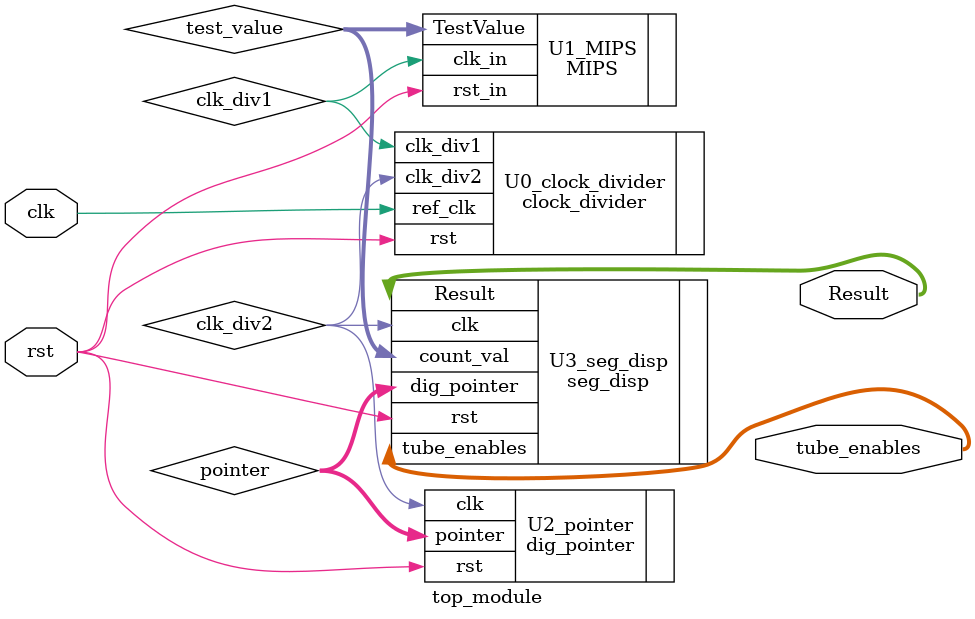
<source format=v>
module top_module (
    output    wire    [7:0]   Result,
    output    wire    [3:0]   tube_enables,
    input     wire            clk,
    input     wire            rst
);

wire  clk_div1, clk_div2;
wire  [15:0] test_value;
wire  [1:0]  pointer;

// Put your Instance Here
 MIPS U1_MIPS (
    .TestValue(test_value),
    .clk_in(clk_div1),
    .rst_in(rst)
); 




clock_divider U0_clock_divider (
    .clk_div1(clk_div1),
    .clk_div2(clk_div2),
    .ref_clk(clk),
    .rst(rst)
);


dig_pointer U2_pointer (
    .pointer(pointer),
    .clk(clk_div2),
    .rst(rst)
);

seg_disp U3_seg_disp (
    .Result(Result),
    .tube_enables(tube_enables),
    .count_val(test_value),
    .dig_pointer(pointer),
    .clk(clk_div2),
    .rst(rst)
);

endmodule
</source>
